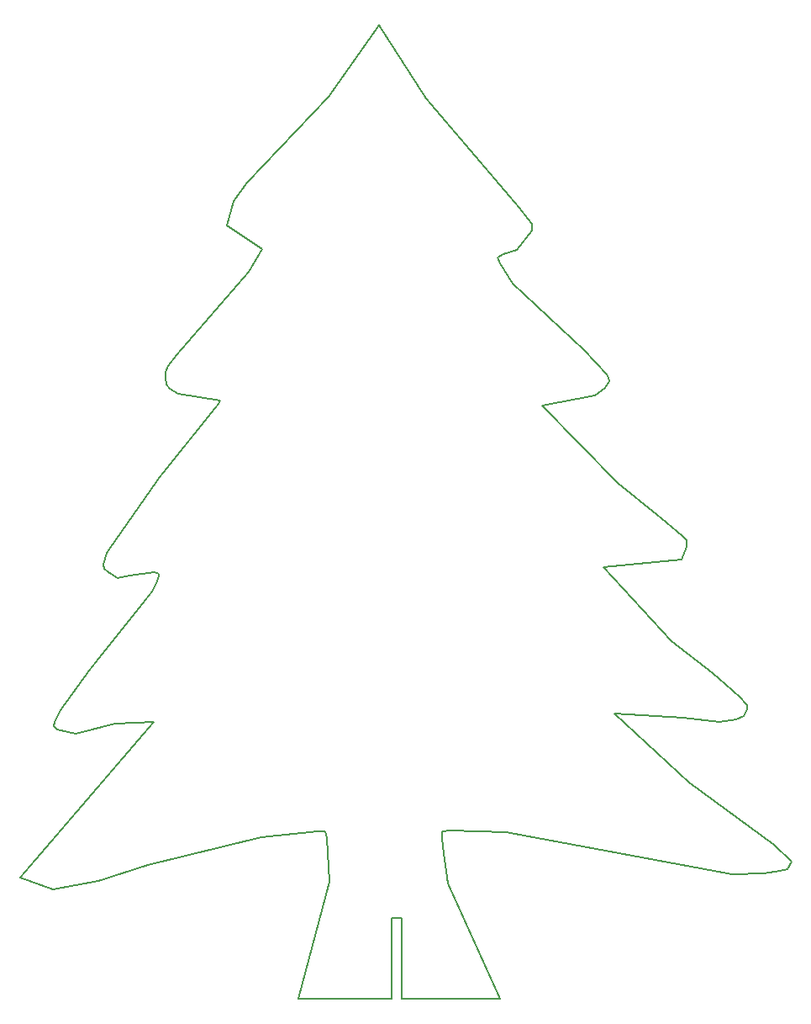
<source format=gko>
G04 Layer: BoardOutline*
G04 EasyEDA v6.4.25, 2021-11-28T16:05:41+01:00*
G04 4c1ba96cef074ee2a20bac9ac7328723,10*
G04 Gerber Generator version 0.2*
G04 Scale: 100 percent, Rotated: No, Reflected: No *
G04 Dimensions in millimeters *
G04 leading zeros omitted , absolute positions ,4 integer and 5 decimal *
%FSLAX45Y45*%
%MOMM*%

%ADD10C,0.1520*%
%ADD11C,0.1524*%
D10*
X4165600Y203200D02*
G01*
X5156200Y203200D01*
D11*
X4165600Y203200D02*
G01*
X4165600Y1016000D01*
X4064000Y1016000D01*
X4064000Y203200D01*
X4630414Y1366520D02*
G01*
X5153670Y205737D01*
D10*
X4064000Y203200D02*
G01*
X3124200Y203200D01*
D11*
X3124200Y203200D02*
G01*
X3434085Y1379220D01*
X7640314Y3119120D02*
G01*
X7607300Y3045457D01*
X2750814Y1831342D02*
G01*
X1607820Y1549400D01*
X7487914Y1455420D02*
G01*
X5212085Y1884679D01*
X1663700Y2989579D02*
G01*
X1277620Y2974342D01*
X6306814Y3078479D02*
G01*
X7061200Y2377442D01*
X5212085Y1884679D02*
G01*
X4650742Y1897379D01*
X4409442Y9263379D02*
G01*
X5346700Y8163557D01*
X5346700Y8163557D02*
G01*
X5433057Y8056879D01*
X5433057Y8056879D02*
G01*
X5476242Y8003542D01*
X5476242Y8003542D02*
G01*
X5473700Y7934957D01*
X5473700Y7934957D02*
G01*
X5326385Y7739379D01*
X5326385Y7739379D02*
G01*
X5186685Y7696200D01*
X5186685Y7696200D02*
G01*
X5130800Y7663179D01*
X5130800Y7663179D02*
G01*
X5156200Y7602220D01*
X5156200Y7602220D02*
G01*
X5278114Y7401557D01*
X5278114Y7401557D02*
G01*
X5996942Y6728457D01*
X5996942Y6728457D02*
G01*
X6228085Y6487157D01*
X6228085Y6487157D02*
G01*
X6248400Y6456679D01*
X6248400Y6456679D02*
G01*
X6250942Y6416042D01*
X6250942Y6416042D02*
G01*
X6215385Y6352542D01*
X6215385Y6352542D02*
G01*
X6111242Y6273800D01*
X6111242Y6273800D02*
G01*
X5575300Y6174742D01*
X5575300Y6174742D02*
G01*
X6339842Y5394957D01*
X6339842Y5394957D02*
G01*
X6781800Y5041900D01*
X6781800Y5041900D02*
G01*
X6990085Y4861557D01*
X6990085Y4861557D02*
G01*
X7033257Y4815842D01*
X7033257Y4815842D02*
G01*
X7035800Y4752342D01*
X7035800Y4752342D02*
G01*
X6985000Y4627879D01*
X6985000Y4627879D02*
G01*
X6192514Y4551679D01*
X6192514Y4551679D02*
G01*
X6883400Y3804920D01*
X6883400Y3804920D02*
G01*
X7297414Y3477257D01*
X7297414Y3477257D02*
G01*
X7490457Y3309620D01*
X7490457Y3309620D02*
G01*
X7579357Y3225800D01*
X7579357Y3225800D02*
G01*
X7620000Y3182620D01*
X7620000Y3182620D02*
G01*
X7640314Y3159757D01*
X7640314Y3159757D02*
G01*
X7640314Y3119120D01*
X7607300Y3045457D02*
G01*
X7533642Y3012442D01*
X7533642Y3012442D02*
G01*
X7360914Y2989579D01*
X7360914Y2989579D02*
G01*
X6997700Y3030220D01*
X6997700Y3030220D02*
G01*
X6306814Y3078479D01*
X7061200Y2377442D02*
G01*
X7917185Y1750057D01*
X7917185Y1750057D02*
G01*
X8087357Y1582420D01*
X8087357Y1582420D02*
G01*
X8051800Y1506220D01*
X8051800Y1506220D02*
G01*
X7975600Y1490979D01*
X7975600Y1490979D02*
G01*
X7810500Y1468120D01*
X7810500Y1468120D02*
G01*
X7487914Y1455420D01*
X4650742Y1897379D02*
G01*
X4572000Y1889757D01*
X4572000Y1889757D02*
G01*
X4572000Y1816100D01*
X4572000Y1816100D02*
G01*
X4582157Y1668779D01*
X4582157Y1668779D02*
G01*
X4630414Y1366520D01*
X3434085Y1379220D02*
G01*
X3421385Y1676400D01*
X3421385Y1676400D02*
G01*
X3406142Y1818642D01*
X3406142Y1818642D02*
G01*
X3393442Y1887220D01*
X3393442Y1887220D02*
G01*
X3314700Y1887220D01*
X3314700Y1887220D02*
G01*
X2750814Y1831342D01*
X1607820Y1549400D02*
G01*
X1102357Y1386842D01*
X1102357Y1386842D02*
G01*
X652779Y1303020D01*
X652779Y1303020D02*
G01*
X317500Y1424942D01*
X317500Y1424942D02*
G01*
X1663700Y2989579D01*
X1277620Y2974342D02*
G01*
X876300Y2867657D01*
X876300Y2867657D02*
G01*
X693420Y2913379D01*
X693420Y2913379D02*
G01*
X655320Y2943857D01*
X655320Y2943857D02*
G01*
X665479Y2992120D01*
X665479Y2992120D02*
G01*
X721357Y3106420D01*
X721357Y3106420D02*
G01*
X1016000Y3507742D01*
X1016000Y3507742D02*
G01*
X1648457Y4300220D01*
X1648457Y4300220D02*
G01*
X1699257Y4404357D01*
X1699257Y4404357D02*
G01*
X1719579Y4460242D01*
X1719579Y4460242D02*
G01*
X1714500Y4483100D01*
X1714500Y4483100D02*
G01*
X1676400Y4498342D01*
X1676400Y4498342D02*
G01*
X1422400Y4460242D01*
X1422400Y4460242D02*
G01*
X1297942Y4439920D01*
X1297942Y4439920D02*
G01*
X1206500Y4493257D01*
X1206500Y4493257D02*
G01*
X1168400Y4531357D01*
X1168400Y4531357D02*
G01*
X1158242Y4577079D01*
X1158242Y4577079D02*
G01*
X1188720Y4691379D01*
X1188720Y4691379D02*
G01*
X1724657Y5450842D01*
X1724657Y5450842D02*
G01*
X2319014Y6192520D01*
X2319014Y6192520D02*
G01*
X2334257Y6228079D01*
X2334257Y6228079D02*
G01*
X1910079Y6289042D01*
X1910079Y6289042D02*
G01*
X1823720Y6342379D01*
X1823720Y6342379D02*
G01*
X1788157Y6385557D01*
X1788157Y6385557D02*
G01*
X1780542Y6449057D01*
X1780542Y6449057D02*
G01*
X1780542Y6512557D01*
X1780542Y6512557D02*
G01*
X1805942Y6568442D01*
X1805942Y6568442D02*
G01*
X1892300Y6682742D01*
X1892300Y6682742D02*
G01*
X2623814Y7518400D01*
X2623814Y7518400D02*
G01*
X2755900Y7744457D01*
X2755900Y7744457D02*
G01*
X2405385Y7988300D01*
X2405385Y7988300D02*
G01*
X2468885Y8227057D01*
X2468885Y8227057D02*
G01*
X2603500Y8420100D01*
X2603500Y8420100D02*
G01*
X3429000Y9283700D01*
X3429000Y9283700D02*
G01*
X3931914Y10002520D01*
X3931914Y10002520D02*
G01*
X4409442Y9263379D01*

%LPD*%
M02*

</source>
